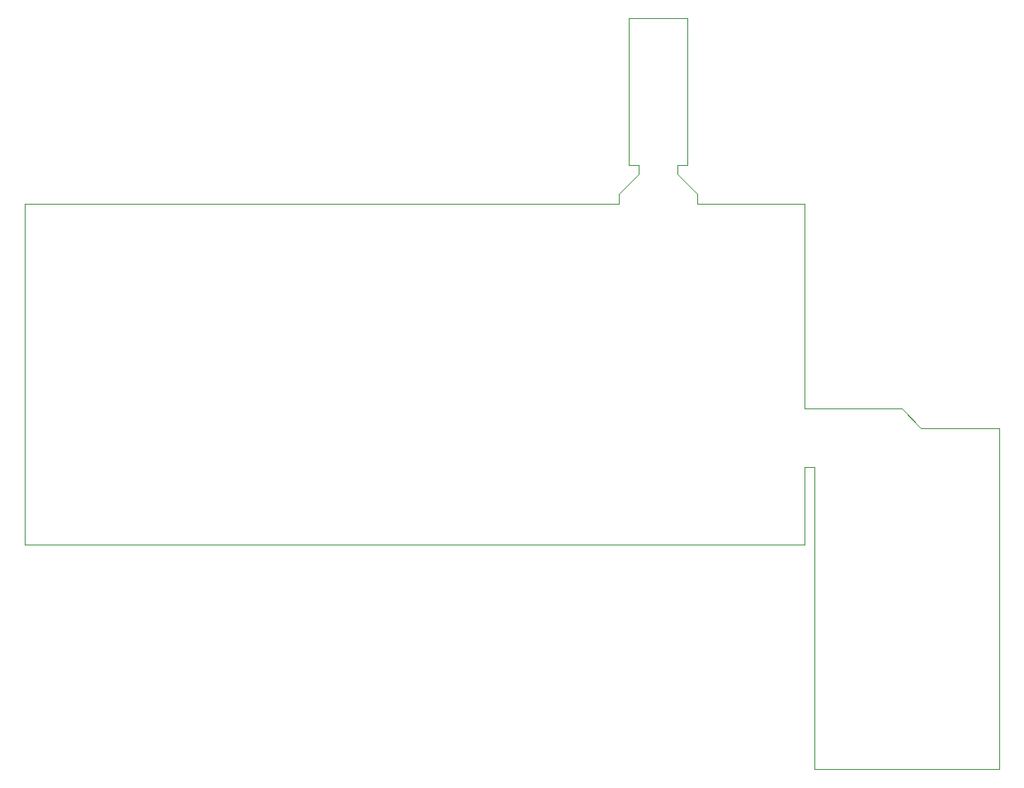
<source format=gm1>
%TF.GenerationSoftware,KiCad,Pcbnew,(5.1.6)-1*%
%TF.CreationDate,2021-03-30T00:51:02+09:00*%
%TF.ProjectId,CubBELMonitor,43756242-454c-44d6-9f6e-69746f722e6b,rev?*%
%TF.SameCoordinates,Original*%
%TF.FileFunction,Profile,NP*%
%FSLAX46Y46*%
G04 Gerber Fmt 4.6, Leading zero omitted, Abs format (unit mm)*
G04 Created by KiCad (PCBNEW (5.1.6)-1) date 2021-03-30 00:51:02*
%MOMM*%
%LPD*%
G01*
G04 APERTURE LIST*
%TA.AperFunction,Profile*%
%ADD10C,0.050000*%
%TD*%
G04 APERTURE END LIST*
D10*
X127000000Y-47000000D02*
X129000000Y-49000000D01*
X129000000Y-50000000D02*
X140000000Y-50000000D01*
X129000000Y-49000000D02*
X129000000Y-50000000D01*
X127000000Y-46000000D02*
X127000000Y-47000000D01*
X121000000Y-50000000D02*
X60000000Y-50000000D01*
X121000000Y-49000000D02*
X121000000Y-50000000D01*
X122000000Y-48000000D02*
X121000000Y-49000000D01*
X123000000Y-47000000D02*
X122000000Y-48000000D01*
X123000000Y-46000000D02*
X123000000Y-47000000D01*
X122000000Y-46000000D02*
X123000000Y-46000000D01*
X127000000Y-46000000D02*
X128000000Y-46000000D01*
X141000000Y-77000000D02*
X141000000Y-78000000D01*
X140000000Y-77000000D02*
X141000000Y-77000000D01*
X140000000Y-85000000D02*
X140000000Y-77000000D01*
X160000000Y-73000000D02*
X160000000Y-74000000D01*
X152000000Y-73000000D02*
X160000000Y-73000000D01*
X150000000Y-71000000D02*
X152000000Y-73000000D01*
X140000000Y-71000000D02*
X150000000Y-71000000D01*
X140000000Y-50000000D02*
X140000000Y-71000000D01*
X160000000Y-107000000D02*
X160000000Y-104000000D01*
X61000000Y-85000000D02*
X64000000Y-85000000D01*
X135000000Y-85000000D02*
X139000000Y-85000000D01*
X64000000Y-85000000D02*
X135000000Y-85000000D01*
X160000000Y-74000000D02*
X160000000Y-104000000D01*
X160000000Y-107000000D02*
X160000000Y-108000000D01*
X60000000Y-85000000D02*
X61000000Y-85000000D01*
X139000000Y-85000000D02*
X140000000Y-85000000D01*
X128000000Y-31000000D02*
X122000000Y-31000000D01*
X128000000Y-46000000D02*
X128000000Y-31000000D01*
X141000000Y-108000000D02*
X141000000Y-78000000D01*
X160000000Y-108000000D02*
X141000000Y-108000000D01*
X122000000Y-46000000D02*
X122000000Y-31000000D01*
X60000000Y-85000000D02*
X60000000Y-50000000D01*
M02*

</source>
